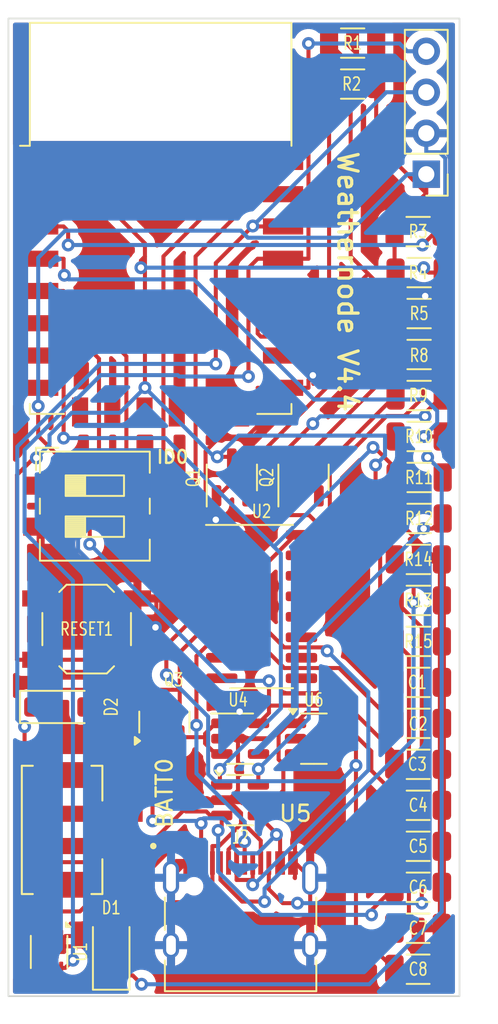
<source format=kicad_pcb>
(kicad_pcb (version 20241229) (generator "pcbnew") (generator_version "9.0")
  (layers (0 "F.Cu" signal) (2 "B.Cu" signal) (13 "F.Paste" user) (15 "B.Paste" user) (5 "F.SilkS" user "F.Silkscreen") (7 "B.SilkS" user "B.Silkscreen") (1 "F.Mask" user) (3 "B.Mask" user) (25 "Edge.Cuts" user))
  (net 0 "")
  (net 1 "GND")
  (net 2 "+3.3V")
  (net 3 "+BATT")
  (net 4 "Net-(U3-GPIO12)")
  (net 5 "RST")
  (net 6 "VBUS")
  (net 7 "Net-(U3-GPIO14)")
  (net 8 "Net-(U3-GPIO2)")
  (net 9 "Net-(J2-CC2)")
  (net 10 "Net-(U2-UD+)")
  (net 11 "Net-(U2-UD-)")
  (net 12 "Net-(J2-CC1)")
  (net 13 "Net-(Q1-B)")
  (net 14 "Net-(Q2-B)")
  (net 15 "Net-(U3-EN)")
  (net 16 "Net-(U3-GPIO15)")
  (net 17 "Net-(Q1-E)")
  (net 18 "Net-(U3-GPIO16)")
  (net 19 "CHG")
  (net 20 "Net-(D1-K)")
  (net 21 "GPIO0")
  (net 28 "SDA")
  (net 37 "SCL")
  (net 39 "Net-(U5-PROG)")
  (net 40 "Net-(Q2-E)")
  (net 42 "TXD")
  (net 43 "RXD")
  (net 44 "Net-(D2-K)")
  (net 45 "Net-(U2-V3)")
  (footprint "Resistor_SMD:R_1206_3216Metric" (layer "F.Cu") (at 104.7095 70.104)
    (property "Reference" "R12")
    (property "Value" "2k")
  )
  (footprint "Resistor_SMD:R_1206_3216Metric" (layer "F.Cu") (at 104.6605 75.184)
    (property "Reference" "R13")
    (property "Value" "5.1k")
  )
  (footprint "Resistor_SMD:R_1206_3216Metric" (layer "F.Cu") (at 104.7095 59.944)
    (property "Reference" "R8")
    (property "Value" "12k")
  )
  (footprint "RF_Module:ESP-12E" (layer "F.Cu") (at 88.666 51.506)
    (property "Reference" "U3" (hide yes))
    (property "Value" "ESP-12E")
  )
  (footprint "Package_TO_SOT_SMD:TSOT-23-5" (layer "F.Cu") (at 93.5935 87.564)
    (property "Reference" "U5")
    (property "Value" "LTC4054ES5-4.2")
  )
  (footprint "Package_TO_SOT_SMD:SOT-23-5" (layer "F.Cu") (at 93.6045 83.754)
    (property "Reference" "U4")
    (property "Value" "AP2112K-3.3")
  )
  (footprint "Resistor_SMD:R_1206_3216Metric" (layer "F.Cu") (at 100.584 43.18)
    (property "Reference" "R2")
    (property "Value" "12k")
  )
  (footprint "Resistor_SMD:R_1206_3216Metric" (layer "F.Cu") (at 104.7095 67.564)
    (property "Reference" "R11")
    (property "Value" "2K")
  )
  (footprint "Resistor_SMD:R_1206_3216Metric" (layer "F.Cu") (at 104.6605 72.644)
    (property "Reference" "R14")
    (property "Value" "5.1k")
  )
  (footprint "Capacitor_SMD:C_1206_3216Metric" (layer "F.Cu") (at 104.648 95.504)
    (property "Reference" "C7")
    (property "Value" "100n")
  )
  (footprint "Package_TO_SOT_SMD:SOT-23-3" (layer "F.Cu") (at 97.536 67.564 90)
    (property "Reference" "Q2")
    (property "Value" "NPN-TRANSISTOR_SOT23")
  )
  (footprint "LED_SMD:LED_1206_3216Metric" (layer "F.Cu") (at 85.598 97.028 90)
    (property "Reference" "D1")
    (property "Value" "LED")
  )
  (footprint "Package_TO_SOT_SMD:SOT-23" (layer "F.Cu") (at 88.9 82.7255 90)
    (property "Reference" "Q3")
    (property "Value" "DMG2301L")
  )
  (footprint "Capacitor_SMD:C_1206_3216Metric" (layer "F.Cu") (at 104.648 82.804)
    (property "Reference" "C2")
    (property "Value" "100n")
  )
  (footprint "Capacitor_SMD:C_1206_3216Metric" (layer "F.Cu") (at 104.648 92.964)
    (property "Reference" "C6")
    (property "Value" "100nF")
  )
  (footprint "Resistor_SMD:R_1206_3216Metric" (layer "F.Cu") (at 104.6605 77.724)
    (property "Reference" "R15")
    (property "Value" "10k")
  )
  (footprint "Connector_USB:USB_C_Receptacle_HRO_TYPE-C-31-M-12" (layer "F.Cu") (at 93.63 95.504)
    (property "Reference" "J2")
    (property "Value" "USB_C_Receptacle_USB2.0" (hide yes))
  )
  (footprint "Capacitor_SMD:C_1206_3216Metric" (layer "F.Cu") (at 104.648 85.344)
    (property "Reference" "C3")
    (property "Value" "2.2u")
  )
  (footprint "Package_SO:SOIC-16_3.9x9.9mm_P1.27mm" (layer "F.Cu") (at 94.931 75.565)
    (property "Reference" "U2")
    (property "Value" "CH340C")
  )
  (footprint "Capacitor_SMD:C_1206_3216Metric" (layer "F.Cu") (at 104.648 80.264)
    (property "Reference" "C1")
    (property "Value" "100n")
  )
  (footprint "Package_DFN_QFN:TDFN-8-1EP_2x2mm_P0.5mm_EP0.8x1.2mm" (layer "F.Cu") (at 81.742 96.974 -90)
    (property "Reference" "U1")
    (property "Value" "MAX17048G")
  )
  (footprint "Resistor_SMD:R_1206_3216Metric" (layer "F.Cu") (at 104.7095 62.484)
    (property "Reference" "R9")
    (property "Value" "12k")
  )
  (footprint "Button_Switch_SMD:SW_DIP_SPSTx02_Slide_6.7x6.64mm_W6.73mm_P2.54mm_LowProfile_JPin" (layer "F.Cu") (at 84.582 69.342)
    (property "Reference" "ID0")
    (property "Value" "SW_DIP-2")
  )
  (footprint "Resistor_SMD:R_1206_3216Metric" (layer "F.Cu") (at 104.648 52.324)
    (property "Reference" "R3")
    (property "Value" "12k")
  )
  (footprint "Connector_PinHeader_2.54mm:PinHeader_1x04_P2.54mm_Vertical" (layer "F.Cu") (at 105.156 48.768 180)
    (property "Reference" "BMP280" (hide yes))
    (property "Value" "PINHD-1X4")
  )
  (footprint "Capacitor_SMD:C_1206_3216Metric" (layer "F.Cu") (at 104.648 90.424)
    (property "Reference" "C5")
    (property "Value" "4.7u")
  )
  (footprint "Diode_SMD:D_SOD-123" (layer "F.Cu") (at 82.296 81.788)
    (property "Reference" "D2")
    (property "Value" "MBR0520")
  )
  (footprint "Button_Switch_SMD:SW_SPST_TL3342" (layer "F.Cu") (at 84.074 76.962)
    (property "Reference" "RESET1")
    (property "Value" "SW_Push")
  )
  (footprint "Resistor_SMD:R_1206_3216Metric" (layer "F.Cu") (at 104.7095 65.024)
    (property "Reference" "R10")
    (property "Value" "470")
  )
  (footprint "Resistor_SMD:R_1206_3216Metric" (layer "F.Cu") (at 100.584 40.64)
    (property "Reference" "R1")
    (property "Value" "12k")
  )
  (footprint "Capacitor_SMD:C_1206_3216Metric" (layer "F.Cu") (at 104.648 87.884)
    (property "Reference" "C4")
    (property "Value" "4.7u")
  )
  (footprint "Package_TO_SOT_SMD:SOT-23-3" (layer "F.Cu") (at 93.086 67.564 90)
    (property "Reference" "Q1")
    (property "Value" "NPN-TRANSISTOR_SOT23")
  )
  (footprint "Resistor_SMD:R_1206_3216Metric" (layer "F.Cu") (at 104.7095 54.864)
    (property "Reference" "R4")
    (property "Value" "12k")
  )
  (footprint "Resistor_SMD:R_1206_3216Metric" (layer "F.Cu") (at 104.7095 57.404)
    (property "Reference" "R5")
    (property "Value" "12k")
  )
  (footprint "Capacitor_SMD:C_1206_3216Metric" (layer "F.Cu") (at 104.648 98.044)
    (property "Reference" "C8")
    (property "Value" "2.2u")
  )
  (footprint "Package_TO_SOT_SMD:SOT-23-5" (layer "F.Cu") (at 98.1765 83.754)
    (property "Reference" "U6")
    (property "Value" "AP2112K-3.3")
  )
  (footprint "B2B_PH_SM4_TB:JST_B2B-PH-SM4-TB" (layer "F.Cu") (at 82.55 89.408 90)
    (property "Reference" "BATT0")
    (property "Value" "PINHD-1X2")
  )
  (gr_rect (start 79.218 39.116) (end 107.218 99.716) (stroke (width 0.1)) (fill no) (layer "Edge.Cuts"))
  (gr_text "Weathernode V4.4" (at 99.568 47.244 270) (layer "F.SilkS") (effects (font (size 1.2 1.2) (thickness 0.2) (bold yes)) (justify left bottom)))
  (segment (start 89.31 96.554) (end 89.2373 96.6267) (width 0.25) (layer "F.Cu") (net 1))
  (segment (start 92.8626 87.564) (end 93.468 86.9586) (width 0.25) (layer "F.Cu") (net 1))
  (segment (start 82.6687 96.6267) (end 82.6687 96.1632) (width 0.25) (layer "F.Cu") (net 1))
  (segment (start 81.7233 88.408) (end 84.8 88.408) (width 0.25) (layer "F.Cu") (net 1))
  (segment (start 81.217 70.612) (end 81.9204 70.612) (width 0.25) (layer "F.Cu") (net 1))
  (segment (start 87.224 75.062) (end 86.0473 75.062) (width 0.25) (layer "F.Cu") (net 1))
  (segment (start 82.6687 96.974) (end 82.6687 96.6267) (width 0.25) (layer "F.Cu") (net 1))
  (segment (start 106.123 75.184) (end 106.123 72.644) (width 0.25) (layer "F.Cu") (net 1))
  (segment (start 91.4541 65.9336) (end 92.2079 65.1798) (width 0.25) (layer "F.Cu") (net 1))
  (segment (start 97.8427 62.006) (end 97.8427 61.5055) (width 0.25) (layer "F.Cu") (net 1))
  (segment (start 96.266 62.006) (end 97.8427 62.006) (width 0.25) (layer "F.Cu") (net 1))
  (segment (start 80.7014 95.6959) (end 80.7014 89.4299) (width 0.25) (layer "F.Cu") (net 1))
  (segment (start 93.468 83.754) (end 92.467 83.754) (width 0.25) (layer "F.Cu") (net 1))
  (segment (start 81.492 97.224) (end 81.492 97.9615) (width 0.25) (layer "F.Cu") (net 1))
  (segment (start 82.6237 71.6384) (end 82.6237 70.612) (width 0.25) (layer "F.Cu") (net 1))
  (segment (start 105.787 72.644) (end 106.123 72.644) (width 0.25) (layer "F.Cu") (net 1))
  (segment (start 93.6552 89.0498) (end 93.6552 88.3566) (width 0.25) (layer "F.Cu") (net 1))
  (segment (start 92.2079 65.1798) (end 93.8791 65.1798) (width 0.25) (layer "F.Cu") (net 1))
  (segment (start 80.7014 89.4299) (end 81.7233 88.408) (width 0.25) (layer "F.Cu") (net 1))
  (segment (start 97.035 91.459) (end 96.88 91.459) (width 0.25) (layer "F.Cu") (net 1))
  (segment (start 92.456 71.12) (end 92.0889 70.7529) (width 0.25) (layer "F.Cu") (net 1))
  (segment (start 89.31 92.374) (end 90.225 91.459) (width 0.25) (layer "F.Cu") (net 1))
  (segment (start 97.8427 61.5055) (end 98.1147 61.2335) (width 0.25) (layer "F.Cu") (net 1))
  (segment (start 98.0288 90.9185) (end 98.0288 84.3562) (width 0.25) (layer "F.Cu") (net 1))
  (segment (start 106.123 90.424) (end 106.123 87.884) (width 0.25) (layer "F.Cu") (net 1))
  (segment (start 91.4541 69.5509) (end 91.4541 65.9336) (width 0.25) (layer "F.Cu") (net 1))
  (segment (start 106.123 95.504) (end 106.123 92.964) (width 0.25) (layer "F.Cu") (net 1))
  (segment (start 89.31 93.889) (end 89.31 92.374) (width 0.25) (layer "F.Cu") (net 1))
  (segment (start 81.742 96.974) (end 81.617 97.099) (width 0.25) (layer "F.Cu") (net 1))
  (segment (start 97.95 92.374) (end 97.95 90.9973) (width 0.25) (layer "F.Cu") (net 1))
  (segment (start 80.992 95.9865) (end 80.7014 95.6959) (width 0.25) (layer "F.Cu") (net 1))
  (segment (start 93.6552 88.3566) (end 92.8626 87.564) (width 0.25) (layer "F.Cu") (net 1))
  (segment (start 92.0889 70.1857) (end 91.4541 69.5509) (width 0.25) (layer "F.Cu") (net 1))
  (segment (start 93.468 83.754) (end 93.468 82.1821) (width 0.25) (layer "F.Cu") (net 1))
  (segment (start 106.123 98.044) (end 106.123 95.504) (width 0.25) (layer "F.Cu") (net 1))
  (segment (start 90.225 91.459) (end 90.38 91.459) (width 0.25) (layer "F.Cu") (net 1))
  (segment (start 93.8791 65.1798) (end 94.6893 64.3696) (width 0.25) (layer "F.Cu") (net 1))
  (segment (start 81.617 97.099) (end 81.492 97.224) (width 0.25) (layer "F.Cu") (net 1))
  (segment (start 106.123 82.804) (end 106.123 80.264) (width 0.25) (layer "F.Cu") (net 1))
  (segment (start 81.742 96.974) (end 82.6687 96.974) (width 0.25) (layer "F.Cu") (net 1))
  (segment (start 86.0473 75.062) (end 82.6237 71.6384) (width 0.25) (layer "F.Cu") (net 1))
  (segment (start 92.456 87.564) (end 92.8626 87.564) (width 0.25) (layer "F.Cu") (net 1))
  (segment (start 106.123 98.044) (end 104.895 99.272) (width 0.25) (layer "F.Cu") (net 1))
  (segment (start 82.1007 70.7923) (end 81.9204 70.612) (width 0.25) (layer "F.Cu") (net 1))
  (segment (start 91.0835 93.889) (end 89.31 93.889) (width 0.25) (layer "F.Cu") (net 1))
  (segment (start 82.1007 75.062) (end 82.1007 70.7923) (width 0.25) (layer "F.Cu") (net 1))
  (segment (start 106.123 80.264) (end 106.123 77.724) (width 0.25) (layer "F.Cu") (net 1))
  (segment (start 88.4007 75.062) (end 87.224 75.062) (width 0.25) (layer "F.Cu") (net 1))
  (segment (start 91.88 93.0925) (end 91.0835 93.889) (width 0.25) (layer "F.Cu") (net 1))
  (segment (start 97.95 92.374) (end 97.035 91.459) (width 0.25) (layer "F.Cu") (net 1))
  (segment (start 106.123 82.804) (end 106.123 85.344) (width 0.25) (layer "F.Cu") (net 1))
  (segment (start 89.31 96.554) (end 89.31 93.889) (width 0.25) (layer "F.Cu") (net 1))
  (segment (start 81.9204 70.612) (end 82.6237 70.612) (width 0.25) (layer "F.Cu") (net 1))
  (segment (start 94.88 91.459) (end 94.88 90.0705) (width 0.25) (layer "F.Cu") (net 1))
  (segment (start 81.217 68.072) (end 82.6237 68.072) (width 0.25) (layer "F.Cu") (net 1))
  (segment (start 82.6687 96.1632) (end 82.492 95.9865) (width 0.25) (layer "F.Cu") (net 1))
  (segment (start 91.88 91.459) (end 91.88 93.0925) (width 0.25) (layer "F.Cu") (net 1))
  (segment (start 93.468 86.9586) (end 93.468 83.754) (width 0.25) (layer "F.Cu") (net 1))
  (segment (start 92.2977 90.4073) (end 91.88 90.4073) (width 0.25) (layer "F.Cu") (net 1))
  (segment (start 88.4007 76.8) (end 88.4007 75.062) (width 0.25) (layer "F.Cu") (net 1))
  (segment (start 93.6552 89.0498) (end 92.2977 90.4073) (width 0.25) (layer "F.Cu") (net 1))
  (segment (start 94.6893 62.006) (end 96.266 62.006) (width 0.25) (layer "F.Cu") (net 1))
  (segment (start 99.5413 99.272) (end 97.95 97.6807) (width 0.25) (layer "F.Cu") (net 1))
  (segment (start 94.88 90.0705) (end 93.8593 89.0498) (width 0.25) (layer "F.Cu") (net 1))
  (segment (start 80.924 75.062) (end 82.1007 75.062) (width 0.25) (layer "F.Cu") (net 1))
  (segment (start 93.468 82.1821) (end 93.5698 82.0803) (width 0.25) (layer "F.Cu") (net 1))
  (segment (start 89.2373 96.6267) (end 82.6687 96.6267) (width 0.25) (layer "F.Cu") (net 1))
  (segment (start 106.123 92.964) (end 106.123 90.424) (width 0.25) (layer "F.Cu") (net 1))
  (segment (start 88.3451 76.8556) (end 88.4007 76.8) (width 0.25) (layer "F.Cu") (net 1))
  (segment (start 97.4266 83.754) (end 97.039 83.754) (width 0.25) (layer "F.Cu") (net 1))
  (segment (start 103.247 70.104) (end 105.787 72.644) (width 0.25) (layer "F.Cu") (net 1))
  (segment (start 93.8593 89.0498) (end 93.6552 89.0498) (width 0.25) (layer "F.Cu") (net 1))
  (segment (start 97.95 96.554) (end 97.95 92.374) (width 0.25) (layer "F.Cu") (net 1))
  (segment (start 94.6893 64.3696) (end 94.6893 62.006) (width 0.25) (layer "F.Cu") (net 1))
  (segment (start 97.95 97.6807) (end 97.95 96.554) (width 0.25) (layer "F.Cu") (net 1))
  (segment (start 98.0288 84.3562) (end 97.4266 83.754) (width 0.25) (layer "F.Cu") (net 1))
  (segment (start 105.088 56.3197) (end 106.172 57.404) (width 0.25) (layer "F.Cu") (net 1))
  (segment (start 91.88 90.4073) (end 91.88 91.459) (width 0.25) (layer "F.Cu") (net 1))
  (segment (start 97.95 90.9973) (end 98.0288 90.9185) (width 0.25) (layer "F.Cu") (net 1))
  (segment (start 106.123 77.724) (end 106.123 75.184) (width 0.25) (layer "F.Cu") (net 1))
  (segment (start 104.895 99.272) (end 99.5413 99.272) (width 0.25) (layer "F.Cu") (net 1))
  (segment (start 106.123 85.344) (end 106.123 87.884) (width 0.25) (layer "F.Cu") (net 1))
  (segment (start 80.992 96.474) (end 80.992 95.9865) (width 0.25) (layer "F.Cu") (net 1))
  (segment (start 82.6237 68.072) (end 82.6237 70.612) (width 0.25) (layer "F.Cu") (net 1))
  (segment (start 81.617 97.099) (end 80.992 96.474) (width 0.25) (layer "F.Cu") (net 1))
  (segment (start 92.0889 70.7529) (end 92.0889 70.1857) (width 0.25) (layer "F.Cu") (net 1))
  (via (at 105.088 56.3197) (size 0.8) (drill 0.4) (layers "F.Cu" "B.Cu") (net 1))
  (via (at 93.5698 82.0803) (size 0.8) (drill 0.4) (layers "F.Cu" "B.Cu") (net 1))
  (via (at 98.1147 61.2335) (size 0.8) (drill 0.4) (layers "F.Cu" "B.Cu") (net 1))
  (via (at 88.3451 76.8556) (size 0.8) (drill 0.4) (layers "F.Cu" "B.Cu") (net 1))
  (via (at 92.0889 70.1857) (size 0.8) (drill 0.4) (layers "F.Cu" "B.Cu") (net 1))
  (segment (start 83.5386 71.37) (end 84.7229 70.1857) (width 0.25) (layer "B.Cu") (net 1))
  (segment (start 98.1147 61.2335) (end 100.174 61.2335) (width 0.25) (layer "B.Cu") (net 1))
  (segment (start 106.333 47.7724) (end 106.333 55.0747) (width 0.25) (layer "B.Cu") (net 1))
  (segment (start 105.965 47.4047) (end 106.333 47.7724) (width 0.25) (layer "B.Cu") (net 1))
  (segment (start 100.174 61.2335) (end 105.088 56.3197) (width 0.25) (layer "B.Cu") (net 1))
  (segment (start 88.3451 76.8556) (end 93.5698 82.0803) (width 0.25) (layer "B.Cu") (net 1))
  (segment (start 105.156 46.228) (end 105.156 47.4047) (width 0.25) (layer "B.Cu") (net 1))
  (segment (start 105.156 47.4047) (end 105.965 47.4047) (width 0.25) (layer "B.Cu") (net 1))
  (segment (start 83.5386 72.0491) (end 83.5386 71.37) (width 0.25) (layer "B.Cu") (net 1))
  (segment (start 88.3451 76.8556) (end 83.5386 72.0491) (width 0.25) (layer "B.Cu") (net 1))
  (segment (start 84.7229 70.1857) (end 92.0889 70.1857) (width 0.25) (layer "B.Cu") (net 1))
  (segment (start 89.31 96.554) (end 97.95 96.554) (width 0.25) (layer "B.Cu") (net 1))
  (segment (start 106.333 55.0747) (end 105.088 56.3197) (width 0.25) (layer "B.Cu") (net 1))
  (segment (start 102.046 40.64) (end 102.046 42.1888) (width 0.25) (layer "F.Cu") (net 2))
  (segment (start 105.156 48.768) (end 105.156 49.9447) (width 0.25) (layer "F.Cu") (net 2))
  (segment (start 102.046 46.8352) (end 105.156 49.9447) (width 0.25) (layer "F.Cu") (net 2))
  (segment (start 95.3905 80.1682) (end 95.3905 81.7038) (width 0.25) (layer "F.Cu") (net 2))
  (segment (start 102.046 43.7376) (end 102.046 46.8352) (width 0.25) (layer "F.Cu") (net 2))
  (segment (start 103.186 51.9152) (end 103.186 53.3152) (width 0.25) (layer "F.Cu") (net 2))
  (segment (start 103.173 85.344) (end 103.173 84.6171) (width 0.25) (layer "F.Cu") (net 2))
  (segment (start 103.186 54.8025) (end 103.247 54.864) (width 0.25) (layer "F.Cu") (net 2))
  (segment (start 102.0465 42.1883) (end 102.0465 40.64) (width 0.25) (layer "F.Cu") (net 2))
  (segment (start 81.066 62.006) (end 81.066 63.1381) (width 0.25) (layer "F.Cu") (net 2))
  (segment (start 102.046 42.1888) (end 102.0465 42.1883) (width 0.25) (layer "F.Cu") (net 2))
  (segment (start 103.186 53.3152) (end 103.186 54.8025) (width 0.25) (layer "F.Cu") (net 2))
  (segment (start 84.266 68.1871) (end 84.266 71.6947) (width 0.25) (layer "F.Cu") (net 2))
  (segment (start 103.173 84.6171) (end 100.26 81.7038) (width 0.25) (layer "F.Cu") (net 2))
  (segment (start 103.1855 53.3147) (end 103.1855 52.324) (width 0.25) (layer "F.Cu") (net 2))
  (segment (start 102.0465 43.7371) (end 102.0465 43.18) (width 0.25) (layer "F.Cu") (net 2))
  (segment (start 102.046 42.1888) (end 102.046 43.7376) (width 0.25) (layer "F.Cu") (net 2))
  (segment (start 103.186 53.3152) (end 103.1855 53.3147) (width 0.25) (layer "F.Cu") (net 2))
  (segment (start 105.156 49.9447) (end 103.186 51.9152) (width 0.25) (layer "F.Cu") (net 2))
  (segment (start 102.046 43.7376) (end 102.0465 43.7371) (width 0.25) (layer "F.Cu") (net 2))
  (segment (start 100.26 81.7038) (end 95.3905 81.7038) (width 0.25) (layer "F.Cu") (net 2))
  (segment (start 81.066 63.1381) (end 81.066 64.9871) (width 0.25) (layer "F.Cu") (net 2))
  (segment (start 81.066 64.9871) (end 84.266 68.1871) (width 0.25) (layer "F.Cu") (net 2))
  (segment (start 95.3905 82.1555) (end 94.742 82.804) (width 0.25) (layer "F.Cu") (net 2))
  (segment (start 95.3905 81.7038) (end 95.3905 82.1555) (width 0.25) (layer "F.Cu") (net 2))
  (via (at 81.066 63.1381) (size 0.8) (drill 0.4) (layers "F.Cu" "B.Cu") (net 2))
  (via (at 84.266 71.6947) (size 0.8) (drill 0.4) (layers "F.Cu" "B.Cu") (net 2))
  (via (at 95.3905 80.1682) (size 0.8) (drill 0.4) (layers "F.Cu" "B.Cu") (net 2))
  (segment (start 81.066 53.9457) (end 81.066 63.1381) (width 0.25) (layer "B.Cu") (net 2))
  (segment (start 93.646 52.2654) (end 82.7463 52.2654) (width 0.25) (layer "B.Cu") (net 2))
  (segment (start 105.156 48.768) (end 103.979 48.768) (width 0.25) (layer "B.Cu") (net 2))
  (segment (start 94.0842 52.7036) (end 93.646 52.2654) (width 0.25) (layer "B.Cu") (net 2))
  (segment (start 95.3905 80.1682) (end 92.7395 80.1682) (width 0.25) (layer "B.Cu") (net 2))
  (segment (start 103.979 48.768) (end 100.044 52.7036) (width 0.25) (layer "B.Cu") (net 2))
  (segment (start 82.7463 52.2654) (end 81.066 53.9457) (width 0.25) (layer "B.Cu") (net 2))
  (segment (start 100.044 52.7036) (end 94.0842 52.7036) (width 0.25) (layer "B.Cu") (net 2))
  (segment (start 92.7395 80.1682) (end 84.266 71.6947) (width 0.25) (layer "B.Cu") (net 2))
  (segment (start 92.456 88.514) (end 92.456 89.2201) (width 0.25) (layer "F.Cu") (net 3))
  (segment (start 88.9001 86.9373) (end 90.1238 88.1609) (width 0.25) (layer "F.Cu") (net 3))
  (segment (start 81.492 95.5102) (end 82.5395 94.4627) (width 0.25) (layer "F.Cu") (net 3))
  (segment (start 88.9001 81.788) (end 88.9001 86.9373) (width 0.25) (layer "F.Cu") (net 3))
  (segment (start 92.456 89.2201) (end 92.2354 89.4407) (width 0.25) (layer "F.Cu") (net 3))
  (segment (start 90.2281 88.2653) (end 90.1238 88.1609) (width 0.25) (layer "F.Cu") (net 3))
  (segment (start 88.9 81.788) (end 88.9001 81.788) (width 0.25) (layer "F.Cu") (net 3))
  (segment (start 81.492 95.9865) (end 81.992 95.9865) (width 0.25) (layer "F.Cu") (net 3))
  (segment (start 82.0669 91.4081) (end 81.7233 91.0645) (width 0.25) (layer "F.Cu") (net 3))
  (segment (start 92.456 88.514) (end 91.7471 88.514) (width 0.25) (layer "F.Cu") (net 3))
  (segment (start 82.5395 94.4627) (end 83.6574 94.4627) (width 0.25) (layer "F.Cu") (net 3))
  (segment (start 87.8767 90.408) (end 90.1238 88.1609) (width 0.25) (layer "F.Cu") (net 3))
  (segment (start 91.7471 88.514) (end 91.4984 88.2653) (width 0.25) (layer "F.Cu") (net 3))
  (segment (start 84.3767 91.8726) (end 83.9122 91.4081) (width 0.25) (layer "F.Cu") (net 3))
  (segment (start 81.7233 91.0645) (end 81.7233 90.408) (width 0.25) (layer "F.Cu") (net 3))
  (segment (start 103.173 87.884) (end 102.23 88.827) (width 0.25) (layer "F.Cu") (net 3))
  (segment (start 81.7233 90.408) (end 84.8 90.408) (width 0.25) (layer "F.Cu") (net 3))
  (segment (start 84.3767 93.7434) (end 84.3767 91.8726) (width 0.25) (layer "F.Cu") (net 3))
  (segment (start 83.9122 91.4081) (end 82.0669 91.4081) (width 0.25) (layer "F.Cu") (net 3))
  (segment (start 84.8 90.408) (end 87.8767 90.408) (width 0.25) (layer "F.Cu") (net 3))
  (segment (start 83.6574 94.4627) (end 84.3767 93.7434) (width 0.25) (layer "F.Cu") (net 3))
  (segment (start 101.756 94.3812) (end 101.756 94.6756) (width 0.25) (layer "F.Cu") (net 3))
  (segment (start 103.173 92.964) (end 101.756 94.3812) (width 0.25) (layer "F.Cu") (net 3))
  (segment (start 91.4984 88.2653) (end 90.2281 88.2653) (width 0.25) (layer "F.Cu") (net 3))
  (segment (start 102.23 92.021) (end 103.173 92.964) (width 0.25) (layer "F.Cu") (net 3))
  (segment (start 102.23 88.827) (end 102.23 92.021) (width 0.25) (layer "F.Cu") (net 3))
  (segment (start 81.492 95.9865) (end 81.492 95.5102) (width 0.25) (layer "F.Cu") (net 3))
  (via (at 101.756 94.6756) (size 0.8) (drill 0.4) (layers "F.Cu" "B.Cu") (net 3))
  (via (at 92.2354 89.4407) (size 0.8) (drill 0.4) (layers "F.Cu" "B.Cu") (net 3))
  (segment (start 92.2354 91.9957) (end 92.2354 89.4407) (width 0.25) (layer "B.Cu") (net 3))
  (segment (start 94.9153 94.6756) (end 92.2354 91.9957) (width 0.25) (layer "B.Cu") (net 3))
  (segment (start 101.756 94.6756) (end 94.9153 94.6756) (width 0.25) (layer "B.Cu") (net 3))
  (segment (start 84.8393 68.911) (end 86.5403 70.612) (width 0.25) (layer "F.Cu") (net 4))
  (segment (start 84.8393 60.2026) (end 84.8393 68.911) (width 0.25) (layer "F.Cu") (net 4))
  (segment (start 82.6427 58.006) (end 84.8393 60.2026) (width 0.25) (layer "F.Cu") (net 4))
  (segment (start 86.5403 70.612) (end 87.947 70.612) (width 0.25) (layer "F.Cu") (net 4))
  (segment (start 81.066 58.006) (end 82.6427 58.006) (width 0.25) (layer "F.Cu") (net 4))
  (segment (start 102.695 68.834) (end 102.007 68.1462) (width 0.25) (layer "F.Cu") (net 5))
  (segment (start 102.293 69.2353) (end 102.695 68.834) (width 0.25) (layer "F.Cu") (net 5))
  (segment (start 87.4412 54.1204) (end 87.4412 54.559) (width 0.25) (layer "F.Cu") (net 5))
  (segment (start 102.695 68.834) (end 103.775 68.834) (width 0.25) (layer "F.Cu") (net 5))
  (segment (start 93.086 66.4265) (end 92.9444 66.2849) (width 0.25) (layer "F.Cu") (net 5))
  (segment (start 103.775 68.834) (end 104.162 68.4476) (width 0.25) (layer "F.Cu") (net 5))
  (segment (start 104.162 65.9388) (end 103.247 65.024) (width 0.25) (layer "F.Cu") (net 5))
  (segment (start 80.924 78.862) (end 79.7473 78.862) (width 0.25) (layer "F.Cu") (net 5))
  (segment (start 80.8036 66.3477) (end 80.9516 66.3477) (width 0.25) (layer "F.Cu") (net 5))
  (segment (start 87.6914 53.8702) (end 87.4412 54.1204) (width 0.25) (layer "F.Cu") (net 5))
  (segment (start 105.3029 54.864) (end 104.9979 54.559) (width 0.25) (layer "F.Cu") (net 5))
  (segment (start 87.6914 53.8702) (end 87.6914 61.9951) (width 0.25) (layer "F.Cu") (net 5))
  (segment (start 81.066 48.006) (end 82.6427 48.006) (width 0.25) (layer "F.Cu") (net 5))
  (segment (start 102.293 79.3843) (end 102.293 69.2353) (width 0.25) (layer "F.Cu") (net 5))
  (segment (start 80.924 78.862) (end 87.224 78.862) (width 0.25) (layer "F.Cu") (net 5))
  (segment (start 79.7473 78.862) (end 79.7473 67.404) (width 0.25) (layer "F.Cu") (net 5))
  (segment (start 92.9444 66.2849) (end 92.1817 66.2849) (width 0.25) (layer "F.Cu") (net 5))
  (segment (start 82.6427 48.006) (end 87.6914 53.0547) (width 0.25) (layer "F.Cu") (net 5))
  (segment (start 103.173 80.264) (end 102.293 79.3843) (width 0.25) (layer "F.Cu") (net 5))
  (segment (start 87.6914 53.0547) (end 87.6914 53.8702) (width 0.25) (layer "F.Cu") (net 5))
  (segment (start 104.162 68.4476) (end 104.162 65.9388) (width 0.25) (layer "F.Cu") (net 5))
  (segment (start 79.7473 67.404) (end 80.8036 66.3477) (width 0.25) (layer "F.Cu") (net 5))
  (segment (start 102.007 68.1462) (end 102.007 66.7909) (width 0.25) (layer "F.Cu") (net 5))
  (segment (start 106.172 54.864) (end 105.3029 54.864) (width 0.25) (layer "F.Cu") (net 5))
  (via (at 80.9516 66.3477) (size 0.8) (drill 0.4) (layers "F.Cu" "B.Cu") (net 5))
  (via (at 92.1817 66.2849) (size 0.8) (drill 0.4) (layers "F.Cu" "B.Cu") (net 5))
  (via (at 104.9979 54.559) (size 0.8) (drill 0.4) (layers "F.Cu" "B.Cu") (net 5))
  (via (at 87.6914 61.9951) (size 0.8) (drill 0.4) (layers "F.Cu" "B.Cu") (net 5))
  (via (at 87.4412 54.559) (size 0.8) (drill 0.4) (layers "F.Cu" "B.Cu") (net 5))
  (via (at 102.007 66.7909) (size 0.8) (drill 0.4) (layers "F.Cu" "B.Cu") (net 5))
  (segment (start 93.4978 64.9688) (end 102.593 64.9688) (width 0.25) (layer "B.Cu") (net 5))
  (segment (start 87.4412 54.559) (end 104.9979 54.559) (width 0.25) (layer "B.Cu") (net 5))
  (segment (start 86.133 63.5535) (end 83.1475 63.5535) (width 0.25) (layer "B.Cu") (net 5))
  (segment (start 102.593 66.2047) (end 102.007 66.7909) (width 0.25) (layer "B.Cu") (net 5))
  (segment (start 83.1475 63.5535) (end 81.7698 64.9312) (width 0.25) (layer "B.Cu") (net 5))
  (segment (start 92.1817 66.2849) (end 91.9812 66.2849) (width 0.25) (layer "B.Cu") (net 5))
  (segment (start 81.7698 64.9312) (end 81.7698 65.5295) (width 0.25) (layer "B.Cu") (net 5))
  (segment (start 81.7698 65.5295) (end 80.9516 66.3477) (width 0.25) (layer "B.Cu") (net 5))
  (segment (start 102.593 64.9688) (end 102.593 66.2047) (width 0.25) (layer "B.Cu") (net 5))
  (segment (start 91.9812 66.2849) (end 87.6914 61.9951) (width 0.25) (layer "B.Cu") (net 5))
  (segment (start 87.6914 61.9951) (end 86.133 63.5535) (width 0.25) (layer "B.Cu") (net 5))
  (segment (start 92.1817 66.2849) (end 93.4978 64.9688) (width 0.25) (layer "B.Cu") (net 5))
  (segment (start 85.598 94.3085) (end 85.598 95.628) (width 0.25) (layer "F.Cu") (net 6))
  (segment (start 100.68 82.7633) (end 100.68 83.4668) (width 0.25) (layer "F.Cu") (net 6))
  (segment (start 94.731 88.514) (end 95.8552 89.6382) (width 0.25) (layer "F.Cu") (net 6))
  (segment (start 100.073 82.1555) (end 100.68 82.7633) (width 0.25) (layer "F.Cu") (net 6))
  (segment (start 101.745 85.7292) (end 102.634 86.618) (width 0.25) (layer "F.Cu") (net 6))
  (segment (start 96.2839 86.9611) (end 96.2839 85.343) (width 0.25) (layer "F.Cu") (net 6))
  (segment (start 95.8552 89.6957) (end 96.08 89.9205) (width 0.25) (layer "F.Cu") (net 6))
  (segment (start 103.173 95.504) (end 104.076 94.6008) (width 0.25) (layer "F.Cu") (net 6))
  (segment (start 104.077 78.6027) (end 104.077 86.618) (width 0.25) (layer "F.Cu") (net 6))
  (segment (start 100.68 83.4668) (end 101.745 84.5318) (width 0.25) (layer "F.Cu") (net 6))
  (segment (start 104.077 86.618) (end 104.077 89.5203) (width 0.25) (layer "F.Cu") (net 6))
  (segment (start 103.198 77.724) (end 104.077 78.6027) (width 0.25) (layer "F.Cu") (net 6))
  (segment (start 91.18 90.4073) (end 89.4992 90.4073) (width 0.25) (layer "F.Cu") (net 6))
  (segment (start 97.6875 82.1555) (end 100.073 82.1555) (width 0.25) (layer "F.Cu") (net 6))
  (segment (start 95.8552 89.6382) (end 95.8552 89.6957) (width 0.25) (layer "F.Cu") (net 6))
  (segment (start 96.4 85.343) (end 96.2839 85.343) (width 0.25) (layer "F.Cu") (net 6))
  (segment (start 88.1626 83.8756) (end 88.1626 88.8489) (width 0.25) (layer "F.Cu") (net 6))
  (segment (start 96.08 89.9205) (end 96.08 91.459) (width 0.25) (layer "F.Cu") (net 6))
  (segment (start 101.745 84.5318) (end 101.745 85.7292) (width 0.25) (layer "F.Cu") (net 6))
  (segment (start 96.645 82.804) (end 97.039 82.804) (width 0.25) (layer "F.Cu") (net 6))
  (segment (start 85.821 83.663) (end 87.95 83.663) (width 0.25) (layer "F.Cu") (net 6))
  (segment (start 91.18 90.4073) (end 91.18 91.459) (width 0.25) (layer "F.Cu") (net 6))
  (segment (start 87.95 83.663) (end 88.1626 83.8756) (width 0.25) (layer "F.Cu") (net 6))
  (segment (start 91.18 89.0094) (end 91.18 90.4073) (width 0.25) (layer "F.Cu") (net 6))
  (segment (start 96.2839 85.343) (end 95.9888 85.0479) (width 0.25) (layer "F.Cu") (net 6))
  (segment (start 104.076 94.6008) (end 104.076 91.3272) (width 0.25) (layer "F.Cu") (net 6))
  (segment (start 104.076 91.3272) (end 103.173 90.424) (width 0.25) (layer "F.Cu") (net 6))
  (segment (start 94.731 88.514) (end 96.2839 86.9611) (width 0.25) (layer "F.Cu") (net 6))
  (segment (start 97.039 82.804) (end 97.6875 82.1555) (width 0.25) (layer "F.Cu") (net 6))
  (segment (start 104.077 89.5203) (end 103.173 90.424) (width 0.25) (layer "F.Cu") (net 6))
  (segment (start 95.9888 85.0479) (end 95.9888 83.4602) (width 0.25) (layer "F.Cu") (net 6))
  (segment (start 97.039 84.704) (end 96.4 85.343) (width 0.25) (layer "F.Cu") (net 6))
  (segment (start 83.946 81.788) (end 85.821 83.663) (width 0.25) (layer "F.Cu") (net 6))
  (segment (start 89.4992 90.4073) (end 85.598 94.3085) (width 0.25) (layer "F.Cu") (net 6))
  (segment (start 102.634 86.618) (end 104.077 86.618) (width 0.25) (layer "F.Cu") (net 6))
  (segment (start 95.9888 83.4602) (end 96.645 82.804) (width 0.25) (layer "F.Cu") (net 6))
  (via (at 95.8552 89.6957) (size 0.8) (drill 0.4) (layers "F.Cu" "B.Cu") (net 6))
  (via (at 91.18 89.0094) (size 0.8) (drill 0.4) (layers "F.Cu" "B.Cu") (net 6))
  (via (at 88.1626 88.8489) (size 0.8) (drill 0.4) (layers "F.Cu" "B.Cu") (net 6))
  (segment (start 93.1549 90.4896) (end 93.1549 89.3091) (width 0.25) (layer "B.Cu") (net 6))
  (segment (start 91.3404 88.6885) (end 91.18 88.8489) (width 0.25) (layer "B.Cu") (net 6))
  (segment (start 95.8552 89.6957) (end 94.6903 90.8606) (width 0.25) (layer "B.Cu") (net 6))
  (segment (start 91.18 89.0094) (end 91.18 88.8489) (width 0.25) (layer "B.Cu") (net 6))
  (segment (start 94.6903 90.8606) (end 93.5259 90.8606) (width 0.25) (layer "B.Cu") (net 6))
  (segment (start 91.18 88.8489) (end 88.1626 88.8489) (width 0.25) (layer "B.Cu") (net 6))
  (segment (start 93.1549 89.3091) (end 92.5343 88.6885) (width 0.25) (layer "B.Cu") (net 6))
  (segment (start 93.5259 90.8606) (end 93.1549 90.4896) (width 0.25) (layer "B.Cu") (net 6))
  (segment (start 92.5343 88.6885) (end 91.3404 88.6885) (width 0.25) (layer "B.Cu") (net 6))
  (segment (start 86.5403 68.072) (end 87.947 68.072) (width 0.25) (layer "F.Cu") (net 7))
  (segment (start 82.6427 56.1566) (end 86.5403 60.0542) (width 0.25) (layer "F.Cu") (net 7))
  (segment (start 86.5403 60.0542) (end 86.5403 68.072) (width 0.25) (layer "F.Cu") (net 7))
  (segment (start 82.6427 56.006) (end 82.6427 56.1566) (width 0.25) (layer "F.Cu") (net 7))
  (segment (start 81.066 56.006) (end 82.6427 56.006) (width 0.25) (layer "F.Cu") (net 7))
  (segment (start 97.8427 58.006) (end 99.1215 56.7272) (width 0.25) (layer "F.Cu") (net 8))
  (segment (start 96.266 58.006) (end 97.8427 58.006) (width 0.25) (layer "F.Cu") (net 8))
  (segment (start 99.1215 56.7272) (end 99.1215 43.18) (width 0.25) (layer "F.Cu") (net 8))
  (segment (start 95.38 93.0851) (end 95.38 91.459) (width 0.25) (layer "F.Cu") (net 9))
  (segment (start 95.3801 93.0851) (end 95.38 93.0851) (width 0.25) (layer "F.Cu") (net 9))
  (segment (start 96.2439 93.9489) (end 95.3801 93.0851) (width 0.25) (layer "F.Cu") (net 9))
  (segment (start 97.1596 93.9489) (end 96.2439 93.9489) (width 0.25) (layer "F.Cu") (net 9))
  (segment (start 104.874 76.8604) (end 104.874 93.9489) (width 0.25) (layer "F.Cu") (net 9))
  (segment (start 103.198 75.184) (end 104.874 76.8604) (width 0.25) (layer "F.Cu") (net 9))
  (via (at 104.874 93.9489) (size 0.8) (drill 0.4) (layers "F.Cu" "B.Cu") (net 9))
  (via (at 97.1596 93.9489) (size 0.8) (drill 0.4) (layers "F.Cu" "B.Cu") (net 9))
  (segment (start 104.874 93.9489) (end 97.1596 93.9489) (width 0.25) (layer "B.Cu") (net 9))
  (segment (start 94.38 91.459) (end 94.38 92.5107) (width 0.25) (layer "F.Cu") (net 10))
  (segment (start 92.456 76.2) (end 94.4346 76.2) (width 0.25) (layer "F.Cu") (net 10))
  (segment (start 93.38 91.459) (end 93.38 92.5107) (width 0.25) (layer "F.Cu") (net 10))
  (segment (start 94.38 92.5107) (end 94.38 92.8079) (width 0.25) (layer "F.Cu") (net 10))
  (segment (start 96.3319 78.0973) (end 98.7908 78.0973) (width 0.25) (layer "F.Cu") (net 10))
  (segment (start 93.38 92.5107) (end 94.38 92.5107) (width 0.25) (layer "F.Cu") (net 10))
  (segment (start 98.7908 78.0973) (end 99.0043 78.3108) (width 0.25) (layer "F.Cu") (net 10))
  (segment (start 94.4346 76.2) (end 96.3319 78.0973) (width 0.25) (layer "F.Cu") (net 10))
  (via (at 99.0043 78.3108) (size 0.8) (drill 0.4) (layers "F.Cu" "B.Cu") (net 10))
  (via (at 94.38 92.8079) (size 0.8) (drill 0.4) (layers "F.Cu" "B.Cu") (net 10))
  (segment (start 101.558 85.7062) (end 94.4563 92.8079) (width 0.25) (layer "B.Cu") (net 10))
  (segment (start 94.4563 92.8079) (end 94.38 92.8079) (width 0.25) (layer "B.Cu") (net 10))
  (segment (start 99.0043 78.3108) (end 101.558 80.8645) (width 0.25) (layer "B.Cu") (net 10))
  (segment (start 101.558 80.8645) (end 101.558 85.7062) (width 0.25) (layer "B.Cu") (net 10))
  (segment (start 92.88 90.6219) (end 93.1179 90.384) (width 0.25) (layer "F.Cu") (net 11))
  (segment (start 93.1179 90.384) (end 93.88 90.384) (width 0.25) (layer "F.Cu") (net 11))
  (segment (start 93.88 90.384) (end 93.88 90.1292) (width 0.25) (layer "F.Cu") (net 11))
  (segment (start 93.88 90.1292) (end 93.8816 90.1276) (width 0.25) (layer "F.Cu") (net 11))
  (segment (start 93.88 91.459) (end 93.88 90.384) (width 0.25) (layer "F.Cu") (net 11))
  (segment (start 92.0495 77.47) (end 90.8879 78.6316) (width 0.25) (layer "F.Cu") (net 11))
  (segment (start 92.88 91.459) (end 92.88 90.6219) (width 0.25) (layer "F.Cu") (net 11))
  (segment (start 90.8879 78.6316) (end 90.8879 82.9209) (width 0.25) (layer "F.Cu") (net 11))
  (segment (start 92.456 77.47) (end 92.0495 77.47) (width 0.25) (layer "F.Cu") (net 11))
  (via (at 90.8879 82.9209) (size 0.8) (drill 0.4) (layers "F.Cu" "B.Cu") (net 11))
  (via (at 93.8816 90.1276) (size 0.8) (drill 0.4) (layers "F.Cu" "B.Cu") (net 11))
  (segment (start 93.8816 90.1276) (end 93.8816 88.9038) (width 0.25) (layer "B.Cu") (net 11))
  (segment (start 90.8879 85.9101) (end 90.8879 82.9209) (width 0.25) (layer "B.Cu") (net 11))
  (segment (start 93.8816 88.9038) (end 90.8879 85.9101) (width 0.25) (layer "B.Cu") (net 11))
  (segment (start 104.367 73.8133) (end 104.367 75.3145) (width 0.25) (layer "F.Cu") (net 12))
  (segment (start 92.38 91.459) (end 92.38 92.5107) (width 0.25) (layer "F.Cu") (net 12))
  (segment (start 93.7182 93.8489) (end 95.1162 93.8489) (width 0.25) (layer "F.Cu") (net 12))
  (segment (start 103.198 72.644) (end 104.367 73.8133) (width 0.25) (layer "F.Cu") (net 12))
  (segment (start 92.38 92.5107) (end 93.7182 93.8489) (width 0.25) (layer "F.Cu") (net 12))
  (via (at 104.367 75.3145) (size 0.8) (drill 0.4) (layers "F.Cu" "B.Cu") (net 12))
  (via (at 95.1162 93.8489) (size 0.8) (drill 0.4) (layers "F.Cu" "B.Cu") (net 12))
  (segment (start 104.367 83.7815) (end 104.367 75.3145) (width 0.25) (layer "B.Cu") (net 12))
  (segment (start 95.1162 93.0326) (end 104.367 83.7815) (width 0.25) (layer "B.Cu") (net 12))
  (segment (start 95.1162 93.8489) (end 95.1162 93.0326) (width 0.25) (layer "B.Cu") (net 12))
  (segment (start 92.2641 68.7015) (end 101.022 59.944) (width 0.25) (layer "F.Cu") (net 13))
  (segment (start 92.136 68.7015) (end 92.2641 68.7015) (width 0.25) (layer "F.Cu") (net 13))
  (segment (start 101.022 59.944) (end 103.247 59.944) (width 0.25) (layer "F.Cu") (net 13))
  (segment (start 103.247 62.484) (end 97.0295 68.7015) (width 0.25) (layer "F.Cu") (net 14))
  (segment (start 97.0295 68.7015) (end 96.586 68.7015) (width 0.25) (layer "F.Cu") (net 14))
  (segment (start 82.6427 52.006) (end 82.9255 52.2888) (width 0.25) (layer "F.Cu") (net 15))
  (segment (start 106.11 52.324) (end 106.1105 52.324) (width 0.25) (layer "F.Cu") (net 15))
  (segment (start 106.11 52.324) (end 105.751 52.324) (width 0.25) (layer "F.Cu") (net 15))
  (segment (start 82.9255 52.2888) (end 82.9255 53.1553) (width 0.25) (layer "F.Cu") (net 15))
  (segment (start 105.751 52.324) (end 104.92 53.1553) (width 0.25) (layer "F.Cu") (net 15))
  (segment (start 81.066 52.006) (end 82.6427 52.006) (width 0.25) (layer "F.Cu") (net 15))
  (via (at 82.9255 53.1553) (size 0.8) (drill 0.4) (layers "F.Cu" "B.Cu") (net 15))
  (via (at 104.92 53.1553) (size 0.8) (drill 0.4) (layers "F.Cu" "B.Cu") (net 15))
  (segment (start 82.9255 53.1553) (end 104.92 53.1553) (width 0.25) (layer "B.Cu") (net 15))
  (segment (start 100.91 57.404) (end 103.247 57.404) (width 0.25) (layer "F.Cu") (net 16))
  (segment (start 98.3085 60.006) (end 100.91 57.404) (width 0.25) (layer "F.Cu") (net 16))
  (segment (start 96.266 60.006) (end 98.3085 60.006) (width 0.25) (layer "F.Cu") (net 16))
  (segment (start 97.8803 69.8984) (end 96.4298 69.8984) (width 0.25) (layer "F.Cu") (net 17))
  (segment (start 95.2329 68.7015) (end 95.2329 67.1087) (width 0.25) (layer "F.Cu") (net 17))
  (segment (start 97.7861 73.66) (end 98.7105 72.7356) (width 0.25) (layer "F.Cu") (net 17))
  (segment (start 95.2329 68.7015) (end 94.036 68.7015) (width 0.25) (layer "F.Cu") (net 17))
  (segment (start 105.081 63.5753) (end 105.081 63.7748) (width 0.25) (layer "F.Cu") (net 17))
  (segment (start 106.172 62.484) (end 105.081 63.5753) (width 0.25) (layer "F.Cu") (net 17))
  (segment (start 98.7105 72.7356) (end 98.7105 70.7286) (width 0.25) (layer "F.Cu") (net 17))
  (segment (start 95.2329 67.1087) (end 98.1115 64.2301) (width 0.25) (layer "F.Cu") (net 17))
  (segment (start 98.7105 70.7286) (end 97.8803 69.8984) (width 0.25) (layer "F.Cu") (net 17))
  (segment (start 96.4298 69.8984) (end 95.2329 68.7015) (width 0.25) (layer "F.Cu") (net 17))
  (segment (start 97.406 73.66) (end 97.7861 73.66) (width 0.25) (layer "F.Cu") (net 17))
  (via (at 98.1115 64.2301) (size 0.8) (drill 0.4) (layers "F.Cu" "B.Cu") (net 17))
  (via (at 105.081 63.7748) (size 0.8) (drill 0.4) (layers "F.Cu" "B.Cu") (net 17))
  (segment (start 98.5668 63.7748) (end 98.1115 64.2301) (width 0.25) (layer "B.Cu") (net 17))
  (segment (start 105.081 63.7748) (end 98.5668 63.7748) (width 0.25) (layer "B.Cu") (net 17))
  (segment (start 82.6915 55.0271) (end 82.6427 54.9783) (width 0.25) (layer "F.Cu") (net 18))
  (segment (start 106.172 65.024) (end 105.0029 65.024) (width 0.25) (layer "F.Cu") (net 18))
  (segment (start 82.6427 54.9783) (end 82.6427 54.006) (width 0.25) (layer "F.Cu") (net 18))
  (segment (start 81.066 54.006) (end 82.6427 54.006) (width 0.25) (layer "F.Cu") (net 18))
  (via (at 82.6915 55.0271) (size 0.8) (drill 0.4) (layers "F.Cu" "B.Cu") (net 18))
  (via (at 105.0029 65.024) (size 0.8) (drill 0.4) (layers "F.Cu" "B.Cu") (net 18))
  (segment (start 82.6915 55.0271) (end 82.9501 55.2857) (width 0.25) (layer "B.Cu") (net 18))
  (segment (start 105.1185 62.7302) (end 105.8323 63.444) (width 0.25) (layer "B.Cu") (net 18))
  (segment (start 98.1786 62.7302) (end 105.1185 62.7302) (width 0.25) (layer "B.Cu") (net 18))
  (segment (start 90.7341 55.2857) (end 98.1786 62.7302) (width 0.25) (layer "B.Cu") (net 18))
  (segment (start 105.8323 63.444) (end 105.8323 64.1946) (width 0.25) (layer "B.Cu") (net 18))
  (segment (start 82.9501 55.2857) (end 90.7341 55.2857) (width 0.25) (layer "B.Cu") (net 18))
  (segment (start 105.8323 64.1946) (end 105.0029 65.024) (width 0.25) (layer "B.Cu") (net 18))
  (segment (start 103.247 67.564) (end 103.247 67.0034) (width 0.25) (layer "F.Cu") (net 19))
  (segment (start 101.946 65.7021) (end 101.848 65.7021) (width 0.25) (layer "F.Cu") (net 19))
  (segment (start 81.066 60.006) (end 82.6427 60.006) (width 0.25) (layer "F.Cu") (net 19))
  (segment (start 92.3456 86.5036) (end 92.3456 85.6574) (width 0.25) (layer "F.Cu") (net 19))
  (segment (start 92.456 86.614) (end 92.3456 86.5036) (width 0.25) (layer "F.Cu") (net 19))
  (segment (start 82.6427 60.006) (end 82.6427 65.1223) (width 0.25) (layer "F.Cu") (net 19))
  (segment (start 103.247 67.0034) (end 101.946 65.7021) (width 0.25) (layer "F.Cu") (net 19))
  (via (at 82.6427 65.1223) (size 0.8) (drill 0.4) (layers "F.Cu" "B.Cu") (net 19))
  (via (at 101.848 65.7021) (size 0.8) (drill 0.4) (layers "F.Cu" "B.Cu") (net 19))
  (via (at 92.3456 85.6574) (size 0.8) (drill 0.4) (layers "F.Cu" "B.Cu") (net 19))
  (segment (start 88.965 65.1223) (end 82.6427 65.1223) (width 0.25) (layer "B.Cu") (net 19))
  (segment (start 96.1266 81.8764) (end 96.1266 72.2839) (width 0.25) (layer "B.Cu") (net 19))
  (segment (start 95.6962 71.8534) (end 101.848 65.7021) (width 0.25) (layer "B.Cu") (net 19))
  (segment (start 92.3456 85.6574) (end 96.1266 81.8764) (width 0.25) (layer "B.Cu") (net 19))
  (segment (start 96.1266 72.2839) (end 95.6962 71.8534) (width 0.25) (layer "B.Cu") (net 19))
  (segment (start 95.6962 71.8534) (end 88.965 65.1223) (width 0.25) (layer "B.Cu") (net 19))
  (segment (start 105.239 66.3142) (end 106.172 67.2474) (width 0.25) (layer "F.Cu") (net 20))
  (segment (start 86.9332 98.428) (end 87.4816 98.9764) (width 0.25) (layer "F.Cu") (net 20))
  (segment (start 85.598 98.428) (end 86.9332 98.428) (width 0.25) (layer "F.Cu") (net 20))
  (segment (start 106.172 67.2474) (end 106.172 67.564) (width 0.25) (layer "F.Cu") (net 20))
  (via (at 87.4816 98.9764) (size 0.8) (drill 0.4) (layers "F.Cu" "B.Cu") (net 20))
  (via (at 105.239 66.3142) (size 0.8) (drill 0.4) (layers "F.Cu" "B.Cu") (net 20))
  (segment (start 106.112 67.1875) (end 106.112 94.4773) (width 0.25) (layer "B.Cu") (net 20))
  (segment (start 101.613 98.9764) (end 87.4816 98.9764) (width 0.25) (layer "B.Cu") (net 20))
  (segment (start 105.239 66.3142) (end 106.112 67.1875) (width 0.25) (layer "B.Cu") (net 20))
  (segment (start 106.112 94.4773) (end 101.613 98.9764) (width 0.25) (layer "B.Cu") (net 20))
  (segment (start 103.794 56.134) (end 104.137 56.4768) (width 0.25) (layer "F.Cu") (net 21))
  (segment (start 94.6893 56.006) (end 94.6893 58.6414) (width 0.25) (layer "F.Cu") (net 21))
  (segment (start 102.748 61.214) (end 97.536 66.4265) (width 0.25) (layer "F.Cu") (net 21))
  (segment (start 102.742 56.134) (end 103.794 56.134) (width 0.25) (layer "F.Cu") (net 21))
  (segment (start 97.6559 58.8327) (end 101.548 54.9403) (width 0.25) (layer "F.Cu") (net 21))
  (segment (start 104.137 60.8669) (end 103.79 61.214) (width 0.25) (layer "F.Cu") (net 21))
  (segment (start 100.46 41.9788) (end 100.46 53.8523) (width 0.25) (layer "F.Cu") (net 21))
  (segment (start 103.79 61.214) (end 102.748 61.214) (width 0.25) (layer "F.Cu") (net 21))
  (segment (start 96.266 56.006) (end 94.6893 56.006) (width 0.25) (layer "F.Cu") (net 21))
  (segment (start 100.46 53.8523) (end 101.548 54.9403) (width 0.25) (layer "F.Cu") (net 21))
  (segment (start 94.6893 58.6414) (end 94.8806 58.8327) (width 0.25) (layer "F.Cu") (net 21))
  (segment (start 99.1215 40.64) (end 100.46 41.9788) (width 0.25) (layer "F.Cu") (net 21))
  (segment (start 101.548 54.9403) (end 102.742 56.134) (width 0.25) (layer "F.Cu") (net 21))
  (segment (start 104.137 56.4768) (end 104.137 60.8669) (width 0.25) (layer "F.Cu") (net 21))
  (segment (start 94.8806 58.8327) (end 97.6559 58.8327) (width 0.25) (layer "F.Cu") (net 21))
  (segment (start 82.492 97.9615) (end 82.7434 97.9615) (width 0.25) (layer "F.Cu") (net 28))
  (segment (start 94.6893 54.006) (end 94.117 54.5783) (width 0.25) (layer "F.Cu") (net 28))
  (segment (start 96.266 54.006) (end 94.6893 54.006) (width 0.25) (layer "F.Cu") (net 28))
  (segment (start 97.8427 40.6672) (end 97.8427 54.006) (width 0.25) (layer "F.Cu") (net 28))
  (segment (start 94.117 54.5783) (end 94.117 61.3062) (width 0.25) (layer "F.Cu") (net 28))
  (segment (start 97.8427 54.006) (end 96.266 54.006) (width 0.25) (layer "F.Cu") (net 28))
  (segment (start 82.7434 97.9615) (end 83.2213 97.4836) (width 0.25) (layer "F.Cu") (net 28))
  (via (at 94.117 61.3062) (size 0.8) (drill 0.4) (layers "F.Cu" "B.Cu") (net 28))
  (via (at 83.2213 97.4836) (size 0.8) (drill 0.4) (layers "F.Cu" "B.Cu") (net 28))
  (via (at 97.8427 40.6672) (size 0.8) (drill 0.4) (layers "F.Cu" "B.Cu") (net 28))
  (segment (start 83.4068 62.6554) (end 83.5104 62.6554) (width 0.25) (layer "B.Cu") (net 28))
  (segment (start 89.7306 61.2202) (end 89.8166 61.3062) (width 0.25) (layer "B.Cu") (net 28))
  (segment (start 80.22 70.9607) (end 80.22 65.8422) (width 0.25) (layer "B.Cu") (net 28))
  (segment (start 89.8166 61.3062) (end 94.117 61.3062) (width 0.25) (layer "B.Cu") (net 28))
  (segment (start 83.2213 73.962) (end 80.22 70.9607) (width 0.25) (layer "B.Cu") (net 28))
  (segment (start 84.9456 61.2202) (end 89.7306 61.2202) (width 0.25) (layer "B.Cu") (net 28))
  (segment (start 103.979 41.148) (end 103.498 40.6672) (width 0.25) (layer "B.Cu") (net 28))
  (segment (start 103.498 40.6672) (end 97.8427 40.6672) (width 0.25) (layer "B.Cu") (net 28))
  (segment (start 83.2213 97.4836) (end 83.2213 73.962) (width 0.25) (layer "B.Cu") (net 28))
  (segment (start 83.5104 62.6554) (end 84.9456 61.2202) (width 0.25) (layer "B.Cu") (net 28))
  (segment (start 80.22 65.8422) (end 83.4068 62.6554) (width 0.25) (layer "B.Cu") (net 28))
  (segment (start 105.156 41.148) (end 103.979 41.148) (width 0.25) (layer "B.Cu") (net 28))
  (segment (start 94.6602 51.9769) (end 94.3851 51.9769) (width 0.25) (layer "F.Cu") (net 37))
  (segment (start 81.992 97.9615) (end 81.992 98.4234) (width 0.25) (layer "F.Cu") (net 37))
  (segment (start 94.3851 51.9769) (end 92.0889 54.2731) (width 0.25) (layer "F.Cu") (net 37))
  (segment (start 92.0889 54.2731) (end 92.0889 60.5252) (width 0.25) (layer "F.Cu") (net 37))
  (segment (start 94.6893 52.006) (end 94.6602 51.9769) (width 0.25) (layer "F.Cu") (net 37))
  (segment (start 81.992 98.4234) (end 81.7367 98.6787) (width 0.25) (layer "F.Cu") (net 37))
  (segment (start 80.7089 98.6787) (end 80.22 98.1898) (width 0.25) (layer "F.Cu") (net 37))
  (segment (start 81.7367 98.6787) (end 80.7089 98.6787) (width 0.25) (layer "F.Cu") (net 37))
  (segment (start 80.22 98.1898) (end 80.22 83.0079) (width 0.25) (layer "F.Cu") (net 37))
  (segment (start 96.266 52.006) (end 94.6893 52.006) (width 0.25) (layer "F.Cu") (net 37))
  (via (at 92.0889 60.5252) (size 0.8) (drill 0.4) (layers "F.Cu" "B.Cu") (net 37))
  (via (at 94.3851 51.9769) (size 0.8) (drill 0.4) (layers "F.Cu" "B.Cu") (net 37))
  (via (at 80.22 83.0079) (size 0.8) (drill 0.4) (layers "F.Cu" "B.Cu") (net 37))
  (segment (start 79.7683 82.5562) (end 79.7683 65.6551) (width 0.25) (layer "B.Cu") (net 37))
  (segment (start 80.22 83.0079) (end 79.7683 82.5562) (width 0.25) (layer "B.Cu") (net 37))
  (segment (start 84.8982 60.5252) (end 92.0889 60.5252) (width 0.25) (layer "B.Cu") (net 37))
  (segment (start 79.7683 65.6551) (end 84.8982 60.5252) (width 0.25) (layer "B.Cu") (net 37))
  (segment (start 105.156 43.688) (end 102.674 43.688) (width 0.25) (layer "B.Cu") (net 37))
  (segment (start 102.674 43.688) (end 94.3851 51.9769) (width 0.25) (layer "B.Cu") (net 37))
  (segment (start 94.731 86.614) (end 94.731 85.6375) (width 0.25) (layer "F.Cu") (net 39))
  (segment (start 104.989 70.7341) (end 105.542 70.7341) (width 0.25) (layer "F.Cu") (net 39))
  (segment (start 105.542 70.7341) (end 106.172 70.104) (width 0.25) (layer "F.Cu") (net 39))
  (via (at 104.989 70.7341) (size 0.8) (drill 0.4) (layers "F.Cu" "B.Cu") (net 39))
  (via (at 94.731 85.6375) (size 0.8) (drill 0.4) (layers "F.Cu" "B.Cu") (net 39))
  (segment (start 104.989 70.7341) (end 97.8578 77.8656) (width 0.25) (layer "B.Cu") (net 39))
  (segment (start 97.8578 77.8656) (end 97.8578 82.5107) (width 0.25) (layer "B.Cu") (net 39))
  (segment (start 97.8578 82.5107) (end 94.731 85.6375) (width 0.25) (layer "B.Cu") (net 39))
  (segment (start 97.406 74.93) (end 97.8885 74.93) (width 0.25) (layer "F.Cu") (net 40))
  (segment (start 104.957 61.1592) (end 106.172 59.944) (width 0.25) (layer "F.Cu") (net 40))
  (segment (start 103.804 63.754) (end 104.957 62.6007) (width 0.25) (layer "F.Cu") (net 40))
  (segment (start 97.8885 74.93) (end 99.1671 73.6514) (width 0.25) (layer "F.Cu") (net 40))
  (segment (start 102.691 63.754) (end 103.804 63.754) (width 0.25) (layer "F.Cu") (net 40))
  (segment (start 99.1671 68.7015) (end 99.1671 67.2779) (width 0.25) (layer "F.Cu") (net 40))
  (segment (start 98.486 68.7015) (end 99.1671 68.7015) (width 0.25) (layer "F.Cu") (net 40))
  (segment (start 104.957 62.6007) (end 104.957 61.1592) (width 0.25) (layer "F.Cu") (net 40))
  (segment (start 99.1671 67.2779) (end 102.691 63.754) (width 0.25) (layer "F.Cu") (net 40))
  (segment (start 99.1671 73.6514) (end 99.1671 68.7015) (width 0.25) (layer "F.Cu") (net 40))
  (segment (start 92.0133 72.39) (end 90.8348 71.2115) (width 0.25) (layer "F.Cu") (net 42))
  (segment (start 94.6893 50.006) (end 96.266 50.006) (width 0.25) (layer "F.Cu") (net 42))
  (segment (start 92.456 72.39) (end 92.0133 72.39) (width 0.25) (layer "F.Cu") (net 42))
  (segment (start 90.8348 53.8605) (end 94.6893 50.006) (width 0.25) (layer "F.Cu") (net 42))
  (segment (start 90.8348 71.2115) (end 90.8348 53.8605) (width 0.25) (layer "F.Cu") (net 42))
  (segment (start 92.0572 73.66) (end 92.456 73.66) (width 0.25) (layer "F.Cu") (net 43))
  (segment (start 89.3537 70.9565) (end 92.0572 73.66) (width 0.25) (layer "F.Cu") (net 43))
  (segment (start 88.8393 53.856) (end 88.8393 66.8622) (width 0.25) (layer "F.Cu") (net 43))
  (segment (start 89.3537 67.3766) (end 89.3537 70.9565) (width 0.25) (layer "F.Cu") (net 43))
  (segment (start 96.266 48.006) (end 94.6893 48.006) (width 0.25) (layer "F.Cu") (net 43))
  (segment (start 88.8393 66.8622) (end 89.3537 67.3766) (width 0.25) (layer "F.Cu") (net 43))
  (segment (start 94.6893 48.006) (end 88.8393 53.856) (width 0.25) (layer "F.Cu") (net 43))
  (segment (start 92.0688 82.804) (end 91.4247 83.4481) (width 0.25) (layer "F.Cu") (net 44))
  (segment (start 91.4247 84.0493) (end 92.0794 84.704) (width 0.25) (layer "F.Cu") (net 44))
  (segment (start 89.85 83.663) (end 89.85 80.7221) (width 0.25) (layer "F.Cu") (net 44))
  (segment (start 91.433 76.8273) (end 93.7919 76.8273) (width 0.25) (layer "F.Cu") (net 44))
  (segment (start 93.7919 76.8273) (end 96.3396 79.375) (width 0.25) (layer "F.Cu") (net 44))
  (segment (start 92.467 82.804) (end 92.0688 82.804) (width 0.25) (layer "F.Cu") (net 44))
  (segment (start 99.744 79.375) (end 103.173 82.804) (width 0.25) (layer "F.Cu") (net 44))
  (segment (start 89.85 78.4103) (end 91.433 76.8273) (width 0.25) (layer "F.Cu") (net 44))
  (segment (start 80.646 81.788) (end 81.7119 80.7221) (width 0.25) (layer "F.Cu") (net 44))
  (segment (start 89.85 80.7221) (end 89.85 78.4103) (width 0.25) (layer "F.Cu") (net 44))
  (segment (start 96.3396 79.375) (end 99.744 79.375) (width 0.25) (layer "F.Cu") (net 44))
  (segment (start 92.0794 84.704) (end 92.467 84.704) (width 0.25) (layer "F.Cu") (net 44))
  (segment (start 91.4247 83.4481) (end 91.4247 83.663) (width 0.25) (layer "F.Cu") (net 44))
  (segment (start 81.7119 80.7221) (end 89.85 80.7221) (width 0.25) (layer "F.Cu") (net 44))
  (segment (start 89.85 83.663) (end 91.4247 83.663) (width 0.25) (layer "F.Cu") (net 44))
  (segment (start 91.4247 83.663) (end 91.4247 84.0493) (width 0.25) (layer "F.Cu") (net 44))
  (segment (start 93.215 74.93) (end 92.456 74.93) (width 0.25) (layer "F.Cu") (net 45))
  (segment (start 97.406 71.12) (end 97.025 71.12) (width 0.25) (layer "F.Cu") (net 45))
  (segment (start 92.0622 74.93) (end 89.021 77.9712) (width 0.25) (layer "F.Cu") (net 45))
  (segment (start 100.79 95.6606) (end 103.173 98.044) (width 0.25) (layer "F.Cu") (net 45))
  (segment (start 89.021 77.9712) (end 89.021 79.792) (width 0.25) (layer "F.Cu") (net 45))
  (segment (start 100.79 84.2796) (end 99.314 82.804) (width 0.25) (layer "F.Cu") (net 45))
  (segment (start 100.79 85.4101) (end 100.79 84.2796) (width 0.25) (layer "F.Cu") (net 45))
  (segment (start 97.025 71.12) (end 93.215 74.93) (width 0.25) (layer "F.Cu") (net 45))
  (segment (start 100.79 85.4101) (end 100.79 95.6606) (width 0.25) (layer "F.Cu") (net 45))
  (segment (start 92.456 74.93) (end 92.0622 74.93) (width 0.25) (layer "F.Cu") (net 45))
  (via (at 100.79 85.4101) (size 0.8) (drill 0.4) (layers "F.Cu" "B.Cu") (net 45))
  (via (at 89.021 79.792) (size 0.8) (drill 0.4) (layers "F.Cu" "B.Cu") (net 45))
  (segment (start 92.0448 86.3903) (end 91.6146 85.9601) (width 0.25) (layer "B.Cu") (net 45))
  (segment (start 100.79 85.4101) (end 99.8094 86.3903) (width 0.25) (layer "B.Cu") (net 45))
  (segment (start 99.8094 86.3903) (end 92.0448 86.3903) (width 0.25) (layer "B.Cu") (net 45))
  (segment (start 91.6146 85.9601) (end 91.6146 82.3856) (width 0.25) (layer "B.Cu") (net 45))
  (segment (start 91.6146 82.3856) (end 89.021 79.792) (width 0.25) (layer "B.Cu") (net 45))
  (zone (net 1) (net_name "GND") (layers "F.Cu" "B.Cu") (connect_pads (clearance 0.5)) (min_thickness 0.25) (fill yes (thermal_gap 0.5) (thermal_bridge_width 0.5) (island_removal_mode 1) (island_area_min 10))
    (polygon (pts (xy 79.502 39.37) (xy 106.934 39.37) (xy 106.934 99.568) (xy 79.502 99.568)))
  )
)
</source>
